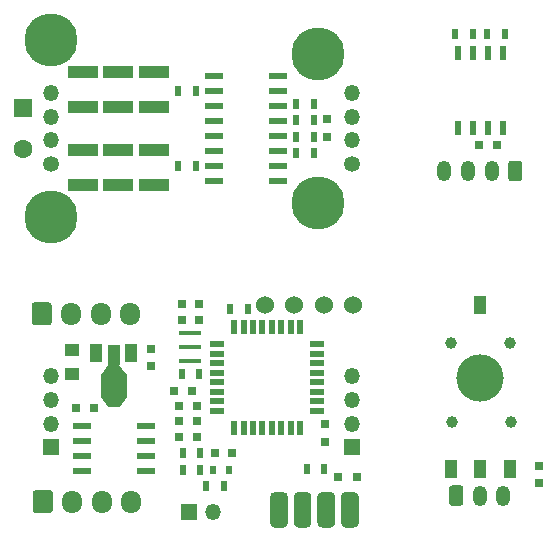
<source format=gts>
G04 #@! TF.GenerationSoftware,KiCad,Pcbnew,(5.1.9)-1*
G04 #@! TF.CreationDate,2021-05-05T15:37:49+09:00*
G04 #@! TF.ProjectId,FreeServoProject,46726565-5365-4727-966f-50726f6a6563,rev?*
G04 #@! TF.SameCoordinates,Original*
G04 #@! TF.FileFunction,Soldermask,Top*
G04 #@! TF.FilePolarity,Negative*
%FSLAX46Y46*%
G04 Gerber Fmt 4.6, Leading zero omitted, Abs format (unit mm)*
G04 Created by KiCad (PCBNEW (5.1.9)-1) date 2021-05-05 15:37:49*
%MOMM*%
%LPD*%
G01*
G04 APERTURE LIST*
%ADD10O,1.200000X1.750000*%
%ADD11R,1.900000X0.400000*%
%ADD12O,1.700000X1.950000*%
%ADD13R,1.350000X1.350000*%
%ADD14O,1.350000X1.350000*%
%ADD15C,1.350000*%
%ADD16R,1.600000X1.600000*%
%ADD17C,1.600000*%
%ADD18R,2.500000X1.000000*%
%ADD19C,4.500880*%
%ADD20R,1.250000X1.000000*%
%ADD21R,0.750000X0.800000*%
%ADD22R,0.800000X0.750000*%
%ADD23R,0.800000X0.800000*%
%ADD24R,0.600000X0.700000*%
%ADD25C,1.524000*%
%ADD26R,0.500000X0.900000*%
%ADD27R,1.000000X1.500000*%
%ADD28C,4.000000*%
%ADD29C,1.000000*%
%ADD30C,0.152400*%
%ADD31R,2.200000X1.840000*%
%ADD32R,1.000000X1.800000*%
%ADD33R,0.600000X1.200000*%
%ADD34R,1.200000X0.600000*%
%ADD35R,1.500000X0.600000*%
%ADD36R,1.550000X0.600000*%
%ADD37R,0.508000X1.143000*%
G04 APERTURE END LIST*
D10*
X151700000Y-69600000D03*
X153700000Y-69600000D03*
X155700000Y-69600000D03*
G36*
G01*
X158300000Y-68974999D02*
X158300000Y-70225001D01*
G75*
G02*
X158050001Y-70475000I-249999J0D01*
G01*
X157349999Y-70475000D01*
G75*
G02*
X157100000Y-70225001I0J249999D01*
G01*
X157100000Y-68974999D01*
G75*
G02*
X157349999Y-68725000I249999J0D01*
G01*
X158050001Y-68725000D01*
G75*
G02*
X158300000Y-68974999I0J-249999D01*
G01*
G37*
X156700000Y-97100000D03*
X154700000Y-97100000D03*
G36*
G01*
X152100000Y-97725001D02*
X152100000Y-96474999D01*
G75*
G02*
X152349999Y-96225000I249999J0D01*
G01*
X153050001Y-96225000D01*
G75*
G02*
X153300000Y-96474999I0J-249999D01*
G01*
X153300000Y-97725001D01*
G75*
G02*
X153050001Y-97975000I-249999J0D01*
G01*
X152349999Y-97975000D01*
G75*
G02*
X152100000Y-97725001I0J249999D01*
G01*
G37*
G36*
G01*
X142950000Y-99425000D02*
X142950000Y-97175000D01*
G75*
G02*
X143325000Y-96800000I375000J0D01*
G01*
X144075000Y-96800000D01*
G75*
G02*
X144450000Y-97175000I0J-375000D01*
G01*
X144450000Y-99425000D01*
G75*
G02*
X144075000Y-99800000I-375000J0D01*
G01*
X143325000Y-99800000D01*
G75*
G02*
X142950000Y-99425000I0J375000D01*
G01*
G37*
G36*
G01*
X140950000Y-99425000D02*
X140950000Y-97175000D01*
G75*
G02*
X141325000Y-96800000I375000J0D01*
G01*
X142075000Y-96800000D01*
G75*
G02*
X142450000Y-97175000I0J-375000D01*
G01*
X142450000Y-99425000D01*
G75*
G02*
X142075000Y-99800000I-375000J0D01*
G01*
X141325000Y-99800000D01*
G75*
G02*
X140950000Y-99425000I0J375000D01*
G01*
G37*
G36*
G01*
X138950000Y-99425000D02*
X138950000Y-97175000D01*
G75*
G02*
X139325000Y-96800000I375000J0D01*
G01*
X140075000Y-96800000D01*
G75*
G02*
X140450000Y-97175000I0J-375000D01*
G01*
X140450000Y-99425000D01*
G75*
G02*
X140075000Y-99800000I-375000J0D01*
G01*
X139325000Y-99800000D01*
G75*
G02*
X138950000Y-99425000I0J375000D01*
G01*
G37*
G36*
G01*
X136950000Y-99425000D02*
X136950000Y-97175000D01*
G75*
G02*
X137325000Y-96800000I375000J0D01*
G01*
X138075000Y-96800000D01*
G75*
G02*
X138450000Y-97175000I0J-375000D01*
G01*
X138450000Y-99425000D01*
G75*
G02*
X138075000Y-99800000I-375000J0D01*
G01*
X137325000Y-99800000D01*
G75*
G02*
X136950000Y-99425000I0J375000D01*
G01*
G37*
D11*
X130200000Y-83300000D03*
X130200000Y-84500000D03*
X130200000Y-85700000D03*
D12*
X125100000Y-81700000D03*
X122600000Y-81700000D03*
X120100000Y-81700000D03*
G36*
G01*
X116750000Y-82425000D02*
X116750000Y-80975000D01*
G75*
G02*
X117000000Y-80725000I250000J0D01*
G01*
X118200000Y-80725000D01*
G75*
G02*
X118450000Y-80975000I0J-250000D01*
G01*
X118450000Y-82425000D01*
G75*
G02*
X118200000Y-82675000I-250000J0D01*
G01*
X117000000Y-82675000D01*
G75*
G02*
X116750000Y-82425000I0J250000D01*
G01*
G37*
D13*
X143900000Y-93000000D03*
D14*
X143900000Y-91000000D03*
X143900000Y-89000000D03*
X143900000Y-87000000D03*
D13*
X118400000Y-93000000D03*
D14*
X118400000Y-91000000D03*
X118400000Y-89000000D03*
X118400000Y-87000000D03*
D15*
X143900000Y-69000000D03*
D14*
X143900000Y-67000000D03*
X143900000Y-65000000D03*
X143900000Y-63000000D03*
D15*
X118400000Y-69000000D03*
D14*
X118400000Y-67000000D03*
X118400000Y-65000000D03*
X118400000Y-63000000D03*
D16*
X116000000Y-64250000D03*
D17*
X116000000Y-67750000D03*
D18*
X124100000Y-67800000D03*
X124100000Y-70800000D03*
D19*
X118400000Y-73500000D03*
X118400000Y-58500000D03*
X141000000Y-72300000D03*
X141000000Y-59700000D03*
D13*
X130100000Y-98500000D03*
D14*
X132100000Y-98500000D03*
D20*
X120200000Y-84800000D03*
X120200000Y-86800000D03*
D18*
X121100000Y-67800000D03*
X121100000Y-70800000D03*
X127100000Y-67800000D03*
X127100000Y-70800000D03*
X121100000Y-64200000D03*
X121100000Y-61200000D03*
X124100000Y-64200000D03*
X124100000Y-61200000D03*
X127100000Y-64200000D03*
X127100000Y-61200000D03*
D21*
X126900000Y-84650000D03*
X126900000Y-86150000D03*
D22*
X129450000Y-80900000D03*
X130950000Y-80900000D03*
X130950000Y-82200000D03*
X129450000Y-82200000D03*
D21*
X141600000Y-92550000D03*
X141600000Y-91050000D03*
D22*
X130750000Y-90800000D03*
X129250000Y-90800000D03*
X130750000Y-92100000D03*
X129250000Y-92100000D03*
X128850000Y-88200000D03*
X130350000Y-88200000D03*
X132250000Y-93500000D03*
X133750000Y-93500000D03*
D21*
X141800000Y-66750000D03*
X141800000Y-65250000D03*
D22*
X120550000Y-89700000D03*
X122050000Y-89700000D03*
X156150000Y-67450000D03*
X154650000Y-67450000D03*
D21*
X159700000Y-94550000D03*
X159700000Y-96050000D03*
D23*
X144300000Y-95500000D03*
X142700000Y-95500000D03*
D24*
X132100000Y-94900000D03*
X133500000Y-94900000D03*
D22*
X130750000Y-89500000D03*
X129250000Y-89500000D03*
D25*
X144000000Y-81000000D03*
X141500000Y-81000000D03*
X139000000Y-81000000D03*
X136500000Y-81000000D03*
G36*
G01*
X116850000Y-98325000D02*
X116850000Y-96875000D01*
G75*
G02*
X117100000Y-96625000I250000J0D01*
G01*
X118300000Y-96625000D01*
G75*
G02*
X118550000Y-96875000I0J-250000D01*
G01*
X118550000Y-98325000D01*
G75*
G02*
X118300000Y-98575000I-250000J0D01*
G01*
X117100000Y-98575000D01*
G75*
G02*
X116850000Y-98325000I0J250000D01*
G01*
G37*
D12*
X120200000Y-97600000D03*
X122700000Y-97600000D03*
X125200000Y-97600000D03*
D26*
X133550000Y-81300000D03*
X135050000Y-81300000D03*
X141550000Y-94850000D03*
X140050000Y-94850000D03*
X129550000Y-93500000D03*
X131050000Y-93500000D03*
X131050000Y-94900000D03*
X129550000Y-94900000D03*
X130650000Y-62800000D03*
X129150000Y-62800000D03*
X140650000Y-63900000D03*
X139150000Y-63900000D03*
X140650000Y-66700000D03*
X139150000Y-66700000D03*
X140650000Y-65300000D03*
X139150000Y-65300000D03*
X129150000Y-69200000D03*
X130650000Y-69200000D03*
X139150000Y-68100000D03*
X140650000Y-68100000D03*
X133050000Y-96300000D03*
X131550000Y-96300000D03*
X155350000Y-58000000D03*
X156850000Y-58000000D03*
X152600000Y-58000000D03*
X154100000Y-58000000D03*
D27*
X152250000Y-94850000D03*
D28*
X154750000Y-87150000D03*
D29*
X157250000Y-84150000D03*
X152250000Y-84150000D03*
X157350000Y-90850000D03*
X152350000Y-90850000D03*
D27*
X154750000Y-94850000D03*
X157250000Y-94850000D03*
X154750000Y-80950000D03*
D30*
G36*
X122600000Y-86923800D02*
G01*
X123300000Y-85923800D01*
X124100000Y-85923800D01*
X124800000Y-86923800D01*
X122600000Y-86923800D01*
G37*
D31*
X123700000Y-87833500D03*
D27*
X122200000Y-85020000D03*
D32*
X123700000Y-85166500D03*
D27*
X125200000Y-85020000D03*
D30*
G36*
X124800000Y-88742000D02*
G01*
X124200000Y-89592000D01*
X123200000Y-89592000D01*
X122600000Y-88742000D01*
X124800000Y-88742000D01*
G37*
D33*
X133900000Y-82850000D03*
X134700000Y-82850000D03*
X135500000Y-82850000D03*
X136300000Y-82850000D03*
X137100000Y-82850000D03*
X137900000Y-82850000D03*
X138700000Y-82850000D03*
X139500000Y-82850000D03*
D34*
X140950000Y-84300000D03*
X140950000Y-85100000D03*
X140950000Y-85900000D03*
X140950000Y-86700000D03*
X140950000Y-87500000D03*
X140950000Y-88300000D03*
X140950000Y-89100000D03*
X140950000Y-89900000D03*
D33*
X139500000Y-91350000D03*
X138700000Y-91350000D03*
X137900000Y-91350000D03*
X137100000Y-91350000D03*
X136300000Y-91350000D03*
X135500000Y-91350000D03*
X134700000Y-91350000D03*
X133900000Y-91350000D03*
D34*
X132450000Y-89900000D03*
X132450000Y-89100000D03*
X132450000Y-88300000D03*
X132450000Y-87500000D03*
X132450000Y-86700000D03*
X132450000Y-85900000D03*
X132450000Y-85100000D03*
X132450000Y-84300000D03*
D35*
X137600000Y-61555000D03*
X137600000Y-62825000D03*
X137600000Y-64095000D03*
X137600000Y-65365000D03*
X137600000Y-66635000D03*
X137600000Y-67905000D03*
X137600000Y-69175000D03*
X137600000Y-70445000D03*
X132200000Y-70445000D03*
X132200000Y-69175000D03*
X132200000Y-67905000D03*
X132200000Y-66635000D03*
X132200000Y-65365000D03*
X132200000Y-64095000D03*
X132200000Y-62825000D03*
X132200000Y-61555000D03*
D36*
X121000000Y-95005000D03*
X121000000Y-93735000D03*
X121000000Y-92465000D03*
X121000000Y-91195000D03*
X126400000Y-91195000D03*
X126400000Y-92465000D03*
X126400000Y-93735000D03*
X126400000Y-95005000D03*
D37*
X152845000Y-65975000D03*
X154115000Y-65975000D03*
X155385000Y-65975000D03*
X156655000Y-65975000D03*
X156655000Y-59625000D03*
X155385000Y-59625000D03*
X154115000Y-59625000D03*
X152845000Y-59625000D03*
D26*
X130950000Y-86800000D03*
X129450000Y-86800000D03*
M02*

</source>
